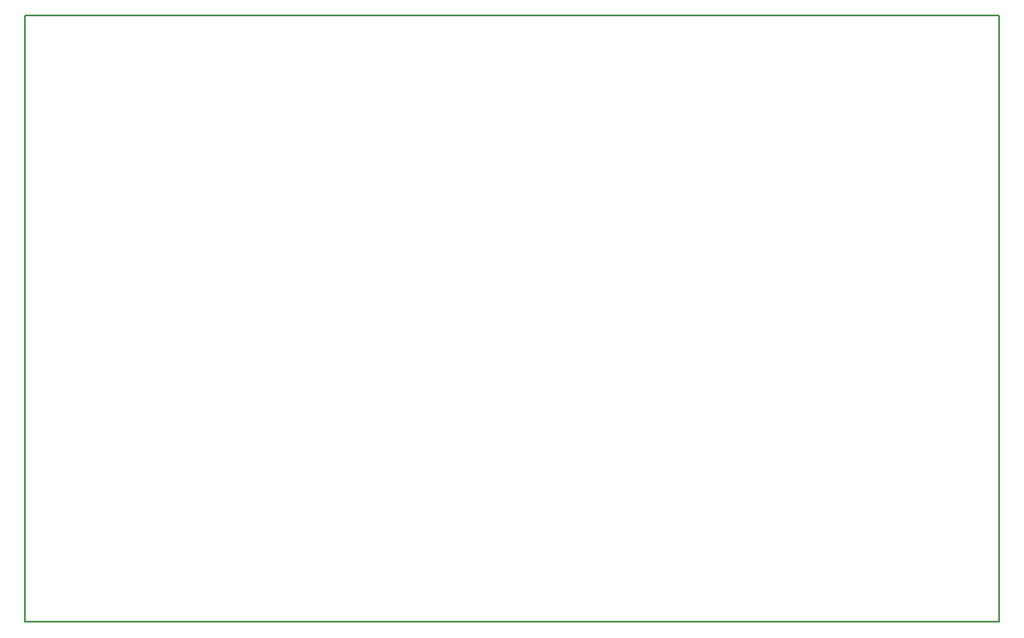
<source format=gbr>
G04 #@! TF.FileFunction,Profile,NP*
%FSLAX46Y46*%
G04 Gerber Fmt 4.6, Leading zero omitted, Abs format (unit mm)*
G04 Created by KiCad (PCBNEW 4.0.7-e2-6376~58~ubuntu16.04.1) date Mon Mar 26 16:54:40 2018*
%MOMM*%
%LPD*%
G01*
G04 APERTURE LIST*
%ADD10C,0.100000*%
%ADD11C,0.150000*%
G04 APERTURE END LIST*
D10*
D11*
X203000000Y-76778000D02*
X107000000Y-76778000D01*
X203000000Y-16999991D02*
X203000000Y-76778000D01*
X106999989Y-17000000D02*
X203000000Y-17000000D01*
X107000000Y-16999991D02*
X107000000Y-76778000D01*
M02*

</source>
